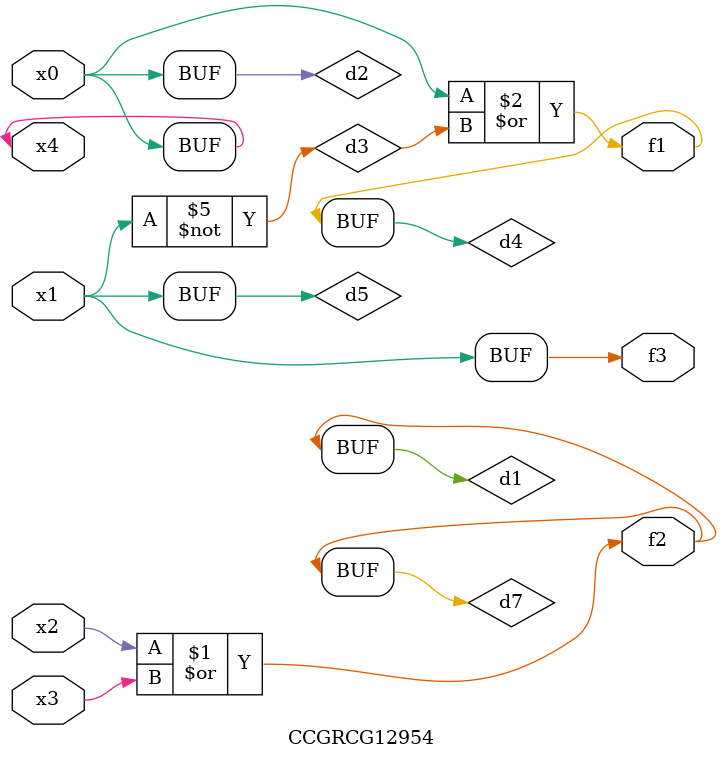
<source format=v>
module CCGRCG12954(
	input x0, x1, x2, x3, x4,
	output f1, f2, f3
);

	wire d1, d2, d3, d4, d5, d6, d7;

	or (d1, x2, x3);
	buf (d2, x0, x4);
	not (d3, x1);
	or (d4, d2, d3);
	not (d5, d3);
	nand (d6, d1, d3);
	or (d7, d1);
	assign f1 = d4;
	assign f2 = d7;
	assign f3 = d5;
endmodule

</source>
